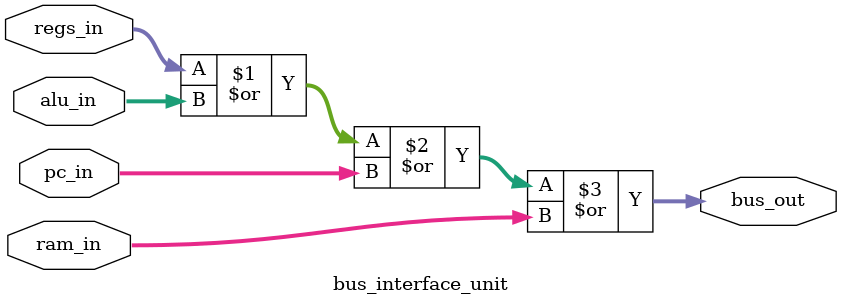
<source format=v>
module bus_interface_unit (
    output wire [15:0] bus_out,
    input wire [15:0] regs_in,
    input wire [15:0] alu_in,
    input wire [15:0] pc_in,
    input wire [15:0] ram_in
);
    assign bus_out = regs_in | alu_in | pc_in | ram_in;
endmodule
</source>
